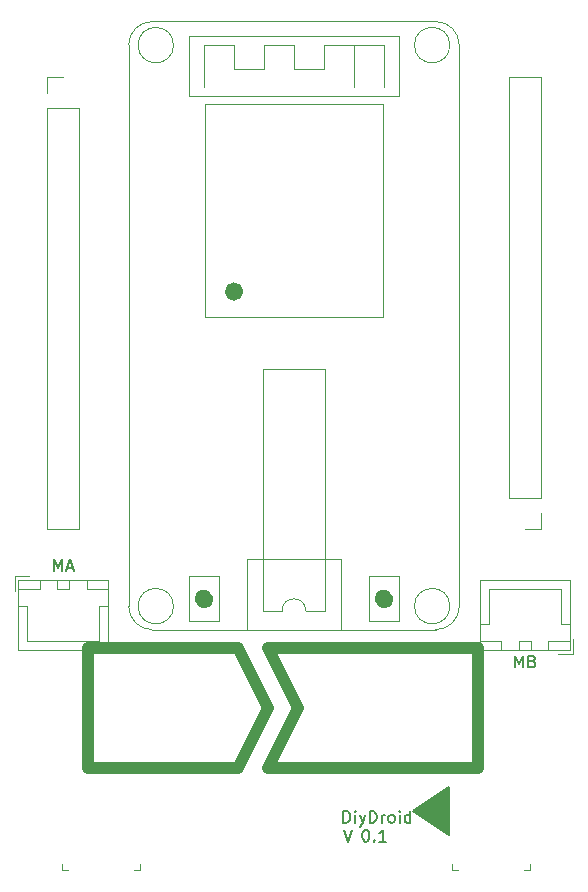
<source format=gbr>
%TF.GenerationSoftware,KiCad,Pcbnew,(7.0.0)*%
%TF.CreationDate,2023-03-13T08:12:35+05:30*%
%TF.ProjectId,Stem,5374656d-2e6b-4696-9361-645f70636258,1.0*%
%TF.SameCoordinates,Original*%
%TF.FileFunction,Legend,Top*%
%TF.FilePolarity,Positive*%
%FSLAX46Y46*%
G04 Gerber Fmt 4.6, Leading zero omitted, Abs format (unit mm)*
G04 Created by KiCad (PCBNEW (7.0.0)) date 2023-03-13 08:12:35*
%MOMM*%
%LPD*%
G01*
G04 APERTURE LIST*
%ADD10C,0.150000*%
%ADD11C,0.120000*%
%ADD12C,0.800000*%
%ADD13C,1.000000*%
%ADD14C,0.100000*%
G04 APERTURE END LIST*
D10*
X151418095Y-108102380D02*
X151418095Y-107102380D01*
X151418095Y-107102380D02*
X151656190Y-107102380D01*
X151656190Y-107102380D02*
X151799047Y-107150000D01*
X151799047Y-107150000D02*
X151894285Y-107245238D01*
X151894285Y-107245238D02*
X151941904Y-107340476D01*
X151941904Y-107340476D02*
X151989523Y-107530952D01*
X151989523Y-107530952D02*
X151989523Y-107673809D01*
X151989523Y-107673809D02*
X151941904Y-107864285D01*
X151941904Y-107864285D02*
X151894285Y-107959523D01*
X151894285Y-107959523D02*
X151799047Y-108054761D01*
X151799047Y-108054761D02*
X151656190Y-108102380D01*
X151656190Y-108102380D02*
X151418095Y-108102380D01*
X152418095Y-108102380D02*
X152418095Y-107435714D01*
X152418095Y-107102380D02*
X152370476Y-107150000D01*
X152370476Y-107150000D02*
X152418095Y-107197619D01*
X152418095Y-107197619D02*
X152465714Y-107150000D01*
X152465714Y-107150000D02*
X152418095Y-107102380D01*
X152418095Y-107102380D02*
X152418095Y-107197619D01*
X152799047Y-107435714D02*
X153037142Y-108102380D01*
X153275237Y-107435714D02*
X153037142Y-108102380D01*
X153037142Y-108102380D02*
X152941904Y-108340476D01*
X152941904Y-108340476D02*
X152894285Y-108388095D01*
X152894285Y-108388095D02*
X152799047Y-108435714D01*
X153656190Y-108102380D02*
X153656190Y-107102380D01*
X153656190Y-107102380D02*
X153894285Y-107102380D01*
X153894285Y-107102380D02*
X154037142Y-107150000D01*
X154037142Y-107150000D02*
X154132380Y-107245238D01*
X154132380Y-107245238D02*
X154179999Y-107340476D01*
X154179999Y-107340476D02*
X154227618Y-107530952D01*
X154227618Y-107530952D02*
X154227618Y-107673809D01*
X154227618Y-107673809D02*
X154179999Y-107864285D01*
X154179999Y-107864285D02*
X154132380Y-107959523D01*
X154132380Y-107959523D02*
X154037142Y-108054761D01*
X154037142Y-108054761D02*
X153894285Y-108102380D01*
X153894285Y-108102380D02*
X153656190Y-108102380D01*
X154656190Y-108102380D02*
X154656190Y-107435714D01*
X154656190Y-107626190D02*
X154703809Y-107530952D01*
X154703809Y-107530952D02*
X154751428Y-107483333D01*
X154751428Y-107483333D02*
X154846666Y-107435714D01*
X154846666Y-107435714D02*
X154941904Y-107435714D01*
X155418095Y-108102380D02*
X155322857Y-108054761D01*
X155322857Y-108054761D02*
X155275238Y-108007142D01*
X155275238Y-108007142D02*
X155227619Y-107911904D01*
X155227619Y-107911904D02*
X155227619Y-107626190D01*
X155227619Y-107626190D02*
X155275238Y-107530952D01*
X155275238Y-107530952D02*
X155322857Y-107483333D01*
X155322857Y-107483333D02*
X155418095Y-107435714D01*
X155418095Y-107435714D02*
X155560952Y-107435714D01*
X155560952Y-107435714D02*
X155656190Y-107483333D01*
X155656190Y-107483333D02*
X155703809Y-107530952D01*
X155703809Y-107530952D02*
X155751428Y-107626190D01*
X155751428Y-107626190D02*
X155751428Y-107911904D01*
X155751428Y-107911904D02*
X155703809Y-108007142D01*
X155703809Y-108007142D02*
X155656190Y-108054761D01*
X155656190Y-108054761D02*
X155560952Y-108102380D01*
X155560952Y-108102380D02*
X155418095Y-108102380D01*
X156180000Y-108102380D02*
X156180000Y-107435714D01*
X156180000Y-107102380D02*
X156132381Y-107150000D01*
X156132381Y-107150000D02*
X156180000Y-107197619D01*
X156180000Y-107197619D02*
X156227619Y-107150000D01*
X156227619Y-107150000D02*
X156180000Y-107102380D01*
X156180000Y-107102380D02*
X156180000Y-107197619D01*
X157084761Y-108102380D02*
X157084761Y-107102380D01*
X157084761Y-108054761D02*
X156989523Y-108102380D01*
X156989523Y-108102380D02*
X156799047Y-108102380D01*
X156799047Y-108102380D02*
X156703809Y-108054761D01*
X156703809Y-108054761D02*
X156656190Y-108007142D01*
X156656190Y-108007142D02*
X156608571Y-107911904D01*
X156608571Y-107911904D02*
X156608571Y-107626190D01*
X156608571Y-107626190D02*
X156656190Y-107530952D01*
X156656190Y-107530952D02*
X156703809Y-107483333D01*
X156703809Y-107483333D02*
X156799047Y-107435714D01*
X156799047Y-107435714D02*
X156989523Y-107435714D01*
X156989523Y-107435714D02*
X157084761Y-107483333D01*
X151475238Y-108702380D02*
X151808571Y-109702380D01*
X151808571Y-109702380D02*
X152141904Y-108702380D01*
X153265714Y-108702380D02*
X153360952Y-108702380D01*
X153360952Y-108702380D02*
X153456190Y-108750000D01*
X153456190Y-108750000D02*
X153503809Y-108797619D01*
X153503809Y-108797619D02*
X153551428Y-108892857D01*
X153551428Y-108892857D02*
X153599047Y-109083333D01*
X153599047Y-109083333D02*
X153599047Y-109321428D01*
X153599047Y-109321428D02*
X153551428Y-109511904D01*
X153551428Y-109511904D02*
X153503809Y-109607142D01*
X153503809Y-109607142D02*
X153456190Y-109654761D01*
X153456190Y-109654761D02*
X153360952Y-109702380D01*
X153360952Y-109702380D02*
X153265714Y-109702380D01*
X153265714Y-109702380D02*
X153170476Y-109654761D01*
X153170476Y-109654761D02*
X153122857Y-109607142D01*
X153122857Y-109607142D02*
X153075238Y-109511904D01*
X153075238Y-109511904D02*
X153027619Y-109321428D01*
X153027619Y-109321428D02*
X153027619Y-109083333D01*
X153027619Y-109083333D02*
X153075238Y-108892857D01*
X153075238Y-108892857D02*
X153122857Y-108797619D01*
X153122857Y-108797619D02*
X153170476Y-108750000D01*
X153170476Y-108750000D02*
X153265714Y-108702380D01*
X154027619Y-109607142D02*
X154075238Y-109654761D01*
X154075238Y-109654761D02*
X154027619Y-109702380D01*
X154027619Y-109702380D02*
X153980000Y-109654761D01*
X153980000Y-109654761D02*
X154027619Y-109607142D01*
X154027619Y-109607142D02*
X154027619Y-109702380D01*
X155027618Y-109702380D02*
X154456190Y-109702380D01*
X154741904Y-109702380D02*
X154741904Y-108702380D01*
X154741904Y-108702380D02*
X154646666Y-108845238D01*
X154646666Y-108845238D02*
X154551428Y-108940476D01*
X154551428Y-108940476D02*
X154456190Y-108988095D01*
G36*
X160380000Y-109120000D02*
G01*
X157380000Y-107120000D01*
X157280000Y-107120000D01*
X160380000Y-105120000D01*
X160380000Y-109120000D01*
G37*
X160380000Y-109120000D02*
X157380000Y-107120000D01*
X157280000Y-107120000D01*
X160380000Y-105120000D01*
X160380000Y-109120000D01*
X160380000Y-105120000D02*
X160380000Y-109120000D01*
X160380000Y-109120000D02*
X157280000Y-107120000D01*
X157280000Y-107120000D02*
X160380000Y-105120000D01*
%TO.C,MA*%
X126924595Y-86812380D02*
X126924595Y-85812380D01*
X126924595Y-85812380D02*
X127257928Y-86526666D01*
X127257928Y-86526666D02*
X127591261Y-85812380D01*
X127591261Y-85812380D02*
X127591261Y-86812380D01*
X128019833Y-86526666D02*
X128496023Y-86526666D01*
X127924595Y-86812380D02*
X128257928Y-85812380D01*
X128257928Y-85812380D02*
X128591261Y-86812380D01*
%TO.C,MB*%
X165940167Y-94962380D02*
X165940167Y-93962380D01*
X165940167Y-93962380D02*
X166273500Y-94676666D01*
X166273500Y-94676666D02*
X166606833Y-93962380D01*
X166606833Y-93962380D02*
X166606833Y-94962380D01*
X167416357Y-94438571D02*
X167559214Y-94486190D01*
X167559214Y-94486190D02*
X167606833Y-94533809D01*
X167606833Y-94533809D02*
X167654452Y-94629047D01*
X167654452Y-94629047D02*
X167654452Y-94771904D01*
X167654452Y-94771904D02*
X167606833Y-94867142D01*
X167606833Y-94867142D02*
X167559214Y-94914761D01*
X167559214Y-94914761D02*
X167463976Y-94962380D01*
X167463976Y-94962380D02*
X167083024Y-94962380D01*
X167083024Y-94962380D02*
X167083024Y-93962380D01*
X167083024Y-93962380D02*
X167416357Y-93962380D01*
X167416357Y-93962380D02*
X167511595Y-94010000D01*
X167511595Y-94010000D02*
X167559214Y-94057619D01*
X167559214Y-94057619D02*
X167606833Y-94152857D01*
X167606833Y-94152857D02*
X167606833Y-94248095D01*
X167606833Y-94248095D02*
X167559214Y-94343333D01*
X167559214Y-94343333D02*
X167511595Y-94390952D01*
X167511595Y-94390952D02*
X167416357Y-94438571D01*
X167416357Y-94438571D02*
X167083024Y-94438571D01*
D11*
%TO.C,J3*%
X168103500Y-80610000D02*
X168103500Y-44990000D01*
X168103500Y-83210000D02*
X166773500Y-83210000D01*
X168103500Y-81880000D02*
X168103500Y-83210000D01*
X168103500Y-80610000D02*
X165443500Y-80610000D01*
X165443500Y-80610000D02*
X165443500Y-44990000D01*
X168103500Y-44990000D02*
X165443500Y-44990000D01*
%TO.C,U2*%
X144690000Y-42302000D02*
X147230000Y-42302000D01*
X138340000Y-87260000D02*
X140880000Y-87260000D01*
X142150000Y-42302000D02*
X142150000Y-44334000D01*
X156120000Y-91070000D02*
X153580000Y-91070000D01*
X161230000Y-89770000D02*
X161230000Y-42270000D01*
X144690000Y-44334000D02*
X144690000Y-42302000D01*
X138340000Y-41540000D02*
X156120000Y-41540000D01*
X135230000Y-91770000D02*
X159230000Y-91770000D01*
X154730000Y-65270000D02*
X139730000Y-65270000D01*
X156120000Y-46620000D02*
X138340000Y-46620000D01*
X142150000Y-44334000D02*
X144690000Y-44334000D01*
X143230000Y-85770000D02*
X143230000Y-91770000D01*
X135230000Y-40270000D02*
X159230000Y-40270000D01*
X133230000Y-42270000D02*
X133230000Y-89770000D01*
X140880000Y-87260000D02*
X140880000Y-91070000D01*
X139610000Y-45858000D02*
X139610000Y-42302000D01*
X153580000Y-87260000D02*
X156120000Y-87260000D01*
X140880000Y-91070000D02*
X138340000Y-91070000D01*
X152310000Y-42302000D02*
X152310000Y-45858000D01*
X138340000Y-46620000D02*
X138340000Y-41540000D01*
X156120000Y-41540000D02*
X156120000Y-46620000D01*
X138340000Y-91070000D02*
X138340000Y-87260000D01*
X151230000Y-85770000D02*
X151230000Y-91770000D01*
X139730000Y-65270000D02*
X139730000Y-47270000D01*
X139730000Y-47270000D02*
X154730000Y-47270000D01*
X156120000Y-87260000D02*
X156120000Y-91070000D01*
X143230000Y-85770000D02*
X151230000Y-85770000D01*
X149770000Y-42302000D02*
X154850000Y-42302000D01*
X139610000Y-42302000D02*
X142150000Y-42302000D01*
X147230000Y-44334000D02*
X149770000Y-44334000D01*
X149770000Y-44334000D02*
X149770000Y-42302000D01*
X153580000Y-91070000D02*
X153580000Y-87260000D01*
X154730000Y-47270000D02*
X154730000Y-65270000D01*
X154850000Y-42302000D02*
X154850000Y-45858000D01*
X147230000Y-42302000D02*
X147230000Y-44334000D01*
X135230000Y-40270000D02*
G75*
G03*
X133230000Y-42270000I-1J-1999999D01*
G01*
X161230000Y-42270000D02*
G75*
G03*
X159230000Y-40270000I-2000000J0D01*
G01*
X133230000Y-89770000D02*
G75*
G03*
X135230000Y-91770000I1999999J-1D01*
G01*
X159230000Y-91770000D02*
G75*
G03*
X161230000Y-89770000I0J2000000D01*
G01*
D12*
X142550000Y-63130000D02*
G75*
G03*
X142550000Y-63130000I-400000J0D01*
G01*
D11*
X137030000Y-42270000D02*
G75*
G03*
X137030000Y-42270000I-1500000J0D01*
G01*
D13*
X139910000Y-89165000D02*
G75*
G03*
X139910000Y-89165000I-300000J0D01*
G01*
D11*
X137030000Y-89770000D02*
G75*
G03*
X137030000Y-89770000I-1500000J0D01*
G01*
X160430000Y-42270000D02*
G75*
G03*
X160430000Y-42270000I-1500000J0D01*
G01*
X160430000Y-89770000D02*
G75*
G03*
X160430000Y-89770000I-1500000J0D01*
G01*
D13*
X155150000Y-89165000D02*
G75*
G03*
X155150000Y-89165000I-300000J0D01*
G01*
%TO.C,CS1*%
X162790000Y-103500000D02*
X162790000Y-93340000D01*
X162790000Y-93340000D02*
X145010000Y-93340000D01*
X147550000Y-98420000D02*
X145010000Y-103500000D01*
X129770000Y-93340000D02*
X142470000Y-93340000D01*
X145010000Y-98420000D02*
X142470000Y-103500000D01*
X142470000Y-103500000D02*
X129770000Y-103500000D01*
X145010000Y-103500000D02*
X162790000Y-103500000D01*
X129770000Y-103500000D02*
X129770000Y-93340000D01*
X145010000Y-93340000D02*
X147550000Y-98420000D01*
X142470000Y-93340000D02*
X145010000Y-98420000D01*
D11*
%TO.C,MA*%
X128186500Y-87545000D02*
X127186500Y-87545000D01*
X125686500Y-87545000D02*
X123886500Y-87545000D01*
X123876500Y-87535000D02*
X123876500Y-93505000D01*
X124636500Y-89795000D02*
X124636500Y-92745000D01*
X124836500Y-87245000D02*
X123586500Y-87245000D01*
X128186500Y-88295000D02*
X128186500Y-87545000D01*
X123886500Y-88295000D02*
X125686500Y-88295000D01*
X127186500Y-88295000D02*
X128186500Y-88295000D01*
X125686500Y-88295000D02*
X125686500Y-87545000D01*
X124636500Y-92745000D02*
X127686500Y-92745000D01*
X123886500Y-87545000D02*
X123886500Y-88295000D01*
X123876500Y-93505000D02*
X131496500Y-93505000D01*
X131496500Y-87535000D02*
X123876500Y-87535000D01*
X129686500Y-88295000D02*
X131486500Y-88295000D01*
X131496500Y-93505000D02*
X131496500Y-87535000D01*
X131486500Y-89795000D02*
X130736500Y-89795000D01*
X131486500Y-88295000D02*
X131486500Y-87545000D01*
X130736500Y-89795000D02*
X130736500Y-92745000D01*
X127186500Y-87545000D02*
X127186500Y-88295000D01*
X123886500Y-89795000D02*
X124636500Y-89795000D01*
X130736500Y-92745000D02*
X127686500Y-92745000D01*
X129686500Y-87545000D02*
X129686500Y-88295000D01*
X123586500Y-87245000D02*
X123586500Y-88495000D01*
X131486500Y-87545000D02*
X129686500Y-87545000D01*
D14*
%TO.C,J4*%
X127580000Y-112125000D02*
X127580000Y-111625000D01*
X134180000Y-112125000D02*
X134180000Y-111625000D01*
X127580000Y-112125000D02*
X128080000Y-112125000D01*
X134180000Y-112125000D02*
X133680000Y-112125000D01*
%TO.C,J5*%
X167180000Y-112125000D02*
X167180000Y-111625000D01*
X167180000Y-112125000D02*
X166680000Y-112125000D01*
X160580000Y-112125000D02*
X160580000Y-111625000D01*
X160580000Y-112125000D02*
X161080000Y-112125000D01*
D11*
%TO.C,U1*%
X149870000Y-69710000D02*
X144570000Y-69710000D01*
X144570000Y-90150000D02*
X146220000Y-90150000D01*
X148220000Y-90150000D02*
X149870000Y-90150000D01*
X149870000Y-90150000D02*
X149870000Y-69710000D01*
X144570000Y-69710000D02*
X144570000Y-90150000D01*
X148220000Y-90150000D02*
G75*
G03*
X146220000Y-90150000I-1000000J0D01*
G01*
%TO.C,J2*%
X126356500Y-46330000D02*
X126356500Y-45000000D01*
X126356500Y-83220000D02*
X129016500Y-83220000D01*
X126356500Y-47600000D02*
X129016500Y-47600000D01*
X126356500Y-47600000D02*
X126356500Y-83220000D01*
X126356500Y-45000000D02*
X127686500Y-45000000D01*
X129016500Y-47600000D02*
X129016500Y-83220000D01*
%TO.C,MB*%
X167273500Y-93495000D02*
X167273500Y-92745000D01*
X170573500Y-93495000D02*
X170573500Y-92745000D01*
X169823500Y-88295000D02*
X166773500Y-88295000D01*
X163723500Y-88295000D02*
X166773500Y-88295000D01*
X168773500Y-92745000D02*
X168773500Y-93495000D01*
X162963500Y-93505000D02*
X170583500Y-93505000D01*
X170583500Y-93505000D02*
X170583500Y-87535000D01*
X170573500Y-91245000D02*
X169823500Y-91245000D01*
X169623500Y-93795000D02*
X170873500Y-93795000D01*
X169823500Y-91245000D02*
X169823500Y-88295000D01*
X162973500Y-92745000D02*
X162973500Y-93495000D01*
X163723500Y-91245000D02*
X163723500Y-88295000D01*
X166273500Y-93495000D02*
X167273500Y-93495000D01*
X164773500Y-92745000D02*
X162973500Y-92745000D01*
X162973500Y-93495000D02*
X164773500Y-93495000D01*
X164773500Y-93495000D02*
X164773500Y-92745000D01*
X170873500Y-93795000D02*
X170873500Y-92545000D01*
X162973500Y-91245000D02*
X163723500Y-91245000D01*
X166273500Y-92745000D02*
X166273500Y-93495000D01*
X162963500Y-87535000D02*
X162963500Y-93505000D01*
X170573500Y-92745000D02*
X168773500Y-92745000D01*
X167273500Y-92745000D02*
X166273500Y-92745000D01*
X168773500Y-93495000D02*
X170573500Y-93495000D01*
X170583500Y-87535000D02*
X162963500Y-87535000D01*
%TD*%
M02*

</source>
